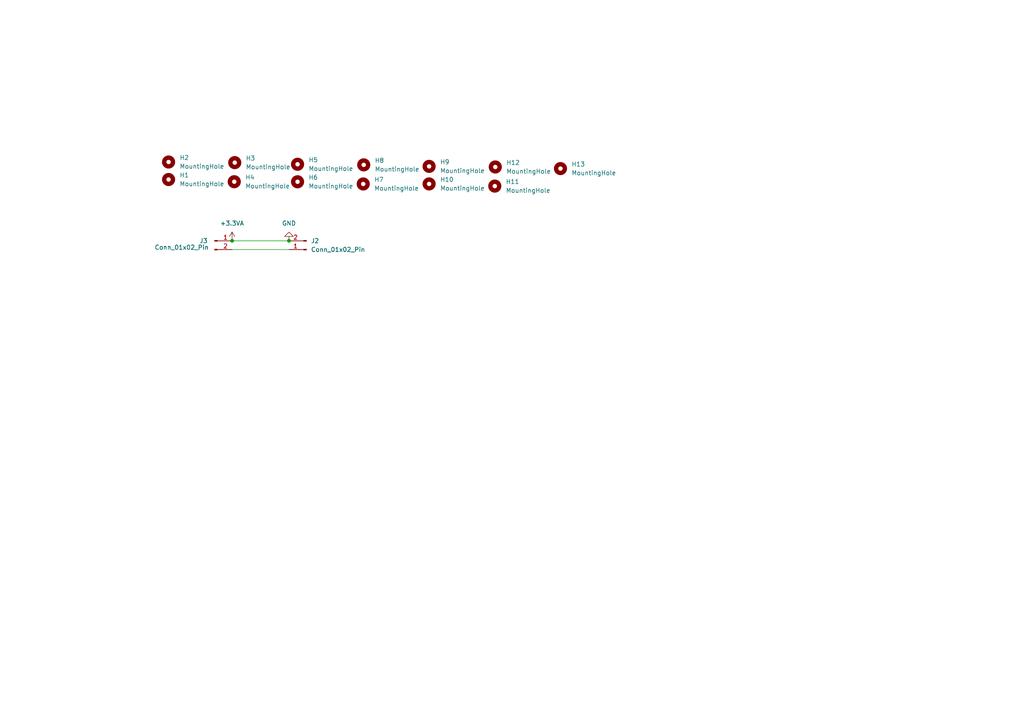
<source format=kicad_sch>
(kicad_sch (version 20230121) (generator eeschema)
  (paper "A4")
  (lib_symbols
    (symbol "Connector:Conn_01x02_Pin" (pin_names (offset 1.016) hide)
      (property "Reference" "J" (at 0 2.54 0))
      (property "Value" "Conn_01x02_Pin" (at 0 -5.08 0))
      (symbol "Conn_01x02_Pin_1_1"
        (polyline (pts (xy 1.27 -2.54) (xy 0.8636 -2.54)) (stroke (width 0.1524)))
        (polyline (pts (xy 1.27 0) (xy 0.8636 0)) (stroke (width 0.1524)))
        (rectangle (start 0.8636 -2.413) (end 0 -2.667) (stroke (width 0.1524)) (fill (type outline)))
        (rectangle (start 0.8636 0.127) (end 0 -0.127) (stroke (width 0.1524)) (fill (type outline)))
        (pin passive line (at 5.08 0 180) (length 3.81) (name "Pin_1") (number "1"))
        (pin passive line (at 5.08 -2.54 180) (length 3.81) (name "Pin_2") (number "2"))
      )
    )
    (symbol "Mechanical:MountingHole" (pin_names (offset 1.016))
      (property "Reference" "H" (at 0 5.08 0))
      (property "Value" "MountingHole" (at 0 3.175 0))
      (symbol "MountingHole_0_1"
        (circle (center 0 0) (radius 1.27) (stroke (width 1.27)))
      )
    )
    (symbol "power:+3.3VA" (power) (pin_names (offset 0))
      (property "Value" "+3.3VA" (at 0 3.556 0))
      (symbol "+3.3VA_0_1"
        (polyline (pts (xy -0.762 1.27) (xy 0 2.54)))
        (polyline (pts (xy 0 0) (xy 0 2.54)))
        (polyline (pts (xy 0 2.54) (xy 0.762 1.27)))
      )
      (symbol "+3.3VA_1_1"
        (pin power_in line (at 0 0 90) (length 0) hide (name "+3.3VA") (number "1"))
      )
    )
    (symbol "power:GND" (power) (pin_names (offset 0))
      (property "Value" "GND" (at 0 -3.81 0))
      (symbol "GND_0_1"
        (polyline (pts (xy 0 0) (xy 0 -1.27) (xy 1.27 -1.27) (xy 0 -2.54) (xy -1.27 -1.27) (xy 0 -1.27)))
      )
      (symbol "GND_1_1"
        (pin power_in line (at 0 0 270) (length 0) hide (name "GND") (number "1"))
      )
    )
  )
  (junction (at 83.82 69.85))
  (junction (at 67.31 69.85))
  (wire (pts (xy 67.31 69.85) (xy 83.82 69.85)))
  (wire (pts (xy 67.31 72.39) (xy 83.82 72.39)))
  (symbol (lib_id "Mechanical:MountingHole") (at 143.51 53.975 0) (unit 1)
    (property "Reference" "H11" (at 146.685 52.705 0) (effects (justify left)))
    (property "Value" "MountingHole" (at 146.685 55.245 0) (effects (justify left)))
    (property "Footprint" "MountingHole:MountingHole_3.2mm_M3" (effects hide))
  )
  (symbol (lib_id "Mechanical:MountingHole") (at 162.56 48.895 0) (unit 1)
    (property "Reference" "H13" (at 165.735 47.625 0) (effects (justify left)))
    (property "Value" "MountingHole" (at 165.735 50.165 0) (effects (justify left)))
    (property "Footprint" "MountingHole:MountingHole_3.2mm_M3" (effects hide))
  )
  (symbol (lib_id "Mechanical:MountingHole") (at 124.46 53.34 0) (unit 1)
    (property "Reference" "H10" (at 127.635 52.07 0) (effects (justify left)))
    (property "Value" "MountingHole" (at 127.635 54.61 0) (effects (justify left)))
    (property "Footprint" "MountingHole:MountingHole_3.2mm_M3" (effects hide))
  )
  (symbol (lib_id "Mechanical:MountingHole") (at 48.895 46.99 0) (unit 1)
    (property "Reference" "H2" (at 52.07 45.72 0) (effects (justify left)))
    (property "Value" "MountingHole" (at 52.07 48.26 0) (effects (justify left)))
    (property "Footprint" "MountingHole:MountingHole_3.2mm_M3" (effects hide))
  )
  (symbol (lib_id "Mechanical:MountingHole") (at 86.3038 52.7238 0) (unit 1)
    (property "Reference" "H6" (at 89.4788 51.4538 0) (effects (justify left)))
    (property "Value" "MountingHole" (at 89.4788 53.9938 0) (effects (justify left)))
    (property "Footprint" "MountingHole:MountingHole_3.2mm_M3" (effects hide))
  )
  (symbol (lib_id "Mechanical:MountingHole") (at 105.3538 53.3588 0) (unit 1)
    (property "Reference" "H7" (at 108.5288 52.0888 0) (effects (justify left)))
    (property "Value" "MountingHole" (at 108.5288 54.6288 0) (effects (justify left)))
    (property "Footprint" "MountingHole:MountingHole_3.2mm_M3" (effects hide))
  )
  (symbol (lib_id "Mechanical:MountingHole") (at 48.895 52.07 0) (unit 1)
    (property "Reference" "H1" (at 52.07 50.8 0) (effects (justify left)))
    (property "Value" "MountingHole" (at 52.07 53.34 0) (effects (justify left)))
    (property "Footprint" "MountingHole:MountingHole_3.2mm_M3" (effects hide))
  )
  (symbol (lib_id "power:+3.3VA") (at 67.31 69.85 0) (unit 1)
    (property "Reference" "#PWR01" (effects hide))
    (property "Value" "+3.3VA" (at 67.31 64.77 0))
  )
  (symbol (lib_id "power:GND") (at 83.82 69.85 180) (unit 1)
    (property "Reference" "#PWR02" (effects hide))
    (property "Value" "GND" (at 83.82 64.77 0))
  )
  (symbol (lib_id "Mechanical:MountingHole") (at 124.46 48.26 0) (unit 1)
    (property "Reference" "H9" (at 127.635 46.99 0) (effects (justify left)))
    (property "Value" "MountingHole" (at 127.635 49.53 0) (effects (justify left)))
    (property "Footprint" "MountingHole:MountingHole_3.2mm_M3" (effects hide))
  )
  (symbol (lib_id "Connector:Conn_01x02_Pin") (at 62.23 69.85 0) (unit 1)
    (property "Reference" "J3" (at 59.055 69.85 0))
    (property "Value" "Conn_01x02_Pin" (at 52.705 71.755 0))
    (property "Footprint" "Connector_PinHeader_1.00mm:PinHeader_1x02_P1.00mm_Horizontal" (effects hide))
  )
  (symbol (lib_id "Mechanical:MountingHole") (at 68.0882 47.1645 0) (unit 1)
    (property "Reference" "H3" (at 71.2632 45.8945 0) (effects (justify left)))
    (property "Value" "MountingHole" (at 71.2632 48.4345 0) (effects (justify left)))
    (property "Footprint" "MountingHole:MountingHole_3.2mm_M3" (effects hide))
  )
  (symbol (lib_id "Mechanical:MountingHole") (at 67.945 52.705 0) (unit 1)
    (property "Reference" "H4" (at 71.12 51.435 0) (effects (justify left)))
    (property "Value" "MountingHole" (at 71.12 53.975 0) (effects (justify left)))
    (property "Footprint" "MountingHole:MountingHole_3.2mm_M3" (effects hide))
  )
  (symbol (lib_id "Mechanical:MountingHole") (at 86.3038 47.6438 0) (unit 1)
    (property "Reference" "H5" (at 89.4788 46.3738 0) (effects (justify left)))
    (property "Value" "MountingHole" (at 89.4788 48.9138 0) (effects (justify left)))
    (property "Footprint" "MountingHole:MountingHole_3.2mm_M3" (effects hide))
  )
  (symbol (lib_id "Mechanical:MountingHole") (at 143.6532 48.4345 0) (unit 1)
    (property "Reference" "H12" (at 146.8282 47.1645 0) (effects (justify left)))
    (property "Value" "MountingHole" (at 146.8282 49.7045 0) (effects (justify left)))
    (property "Footprint" "MountingHole:MountingHole_3.2mm_M3" (effects hide))
  )
  (symbol (lib_id "Mechanical:MountingHole") (at 105.497 47.8183 0) (unit 1)
    (property "Reference" "H8" (at 108.672 46.5483 0) (effects (justify left)))
    (property "Value" "MountingHole" (at 108.672 49.0883 0) (effects (justify left)))
    (property "Footprint" "MountingHole:MountingHole_3.2mm_M3" (effects hide))
  )
  (symbol (lib_id "Connector:Conn_01x02_Pin") (at 88.9 72.39 180) (unit 1)
    (property "Reference" "J2" (at 90.17 69.85 0) (effects (justify right)))
    (property "Value" "Conn_01x02_Pin" (at 90.17 72.39 0) (effects (justify right)))
    (property "Footprint" "Connector_PinHeader_1.00mm:PinHeader_1x02_P1.00mm_Horizontal" (effects hide))
  )
)
</source>
